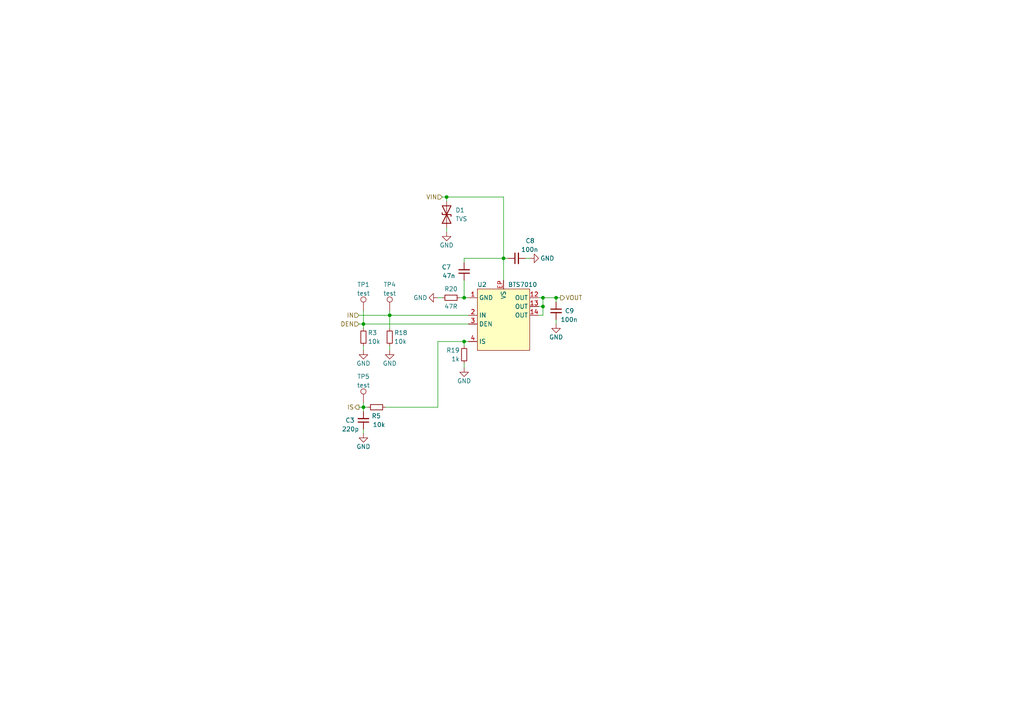
<source format=kicad_sch>
(kicad_sch (version 20211123) (generator eeschema)
  (paper "A4")
  (title_block (title "AIO438-Mainboard-TPCB") (date "2022-04-27") (rev "0.1") (company "ZOUDIO"))
  (lib_symbols
    (symbol "Connector:TestPoint" (pin_numbers hide) (pin_names (offset 0.762) hide)
      (property "Reference" "TP" (at 0 6.858 0))
      (property "Value" "TestPoint" (at 0 5.08 0))
      (symbol "TestPoint_0_1"
        (circle (center 0 3.302) (radius 0.762))
      )
      (symbol "TestPoint_1_1"
        (pin passive line (at 0 0 90) (length 2.54) (name "1") (number "1"))
      )
    )
    (symbol "Device:C_Small" (pin_numbers hide) (pin_names (offset 0.254) hide)
      (property "Reference" "C" (at 0.254 1.778 0))
      (property "Value" "C_Small" (at 0.254 -2.032 0))
      (symbol "C_Small_0_1"
        (polyline (pts (xy -1.524 -0.508) (xy 1.524 -0.508)) (stroke (width 0.3302)))
        (polyline (pts (xy -1.524 0.508) (xy 1.524 0.508)) (stroke (width 0.3048)))
      )
      (symbol "C_Small_1_1"
        (pin passive line (at 0 2.54 270) (length 2.032) (name "~") (number "1"))
        (pin passive line (at 0 -2.54 90) (length 2.032) (name "~") (number "2"))
      )
    )
    (symbol "Device:D_TVS" (pin_numbers hide) (pin_names (offset 1.016) hide)
      (property "Reference" "D" (at 0 2.54 0))
      (property "Value" "D_TVS" (at 0 -2.54 0))
      (symbol "D_TVS_0_1"
        (polyline (pts (xy 1.27 0) (xy -1.27 0)))
        (polyline (pts (xy 0.508 1.27) (xy 0 1.27) (xy 0 -1.27) (xy -0.508 -1.27)) (stroke (width 0.254)))
        (polyline (pts (xy -2.54 1.27) (xy -2.54 -1.27) (xy 2.54 1.27) (xy 2.54 -1.27) (xy -2.54 1.27)) (stroke (width 0.254)))
      )
      (symbol "D_TVS_1_1"
        (pin passive line (at -3.81 0 0) (length 2.54) (name "A1") (number "1"))
        (pin passive line (at 3.81 0 180) (length 2.54) (name "A2") (number "2"))
      )
    )
    (symbol "Device:R_Small" (pin_numbers hide) (pin_names (offset 0.254) hide)
      (property "Reference" "R" (at 0.762 0.508 0))
      (property "Value" "R_Small" (at 0.762 -1.016 0))
      (symbol "R_Small_0_1"
        (rectangle (start -0.762 1.778) (end 0.762 -1.778) (stroke (width 0.2032)))
      )
      (symbol "R_Small_1_1"
        (pin passive line (at 0 2.54 270) (length 0.762) (name "~") (number "1"))
        (pin passive line (at 0 -2.54 90) (length 0.762) (name "~") (number "2"))
      )
    )
    (symbol "power:GND" (power) (pin_names (offset 0))
      (property "Value" "GND" (at 0 -3.81 0))
      (symbol "GND_0_1"
        (polyline (pts (xy 0 0) (xy 0 -1.27) (xy 1.27 -1.27) (xy 0 -2.54) (xy -1.27 -1.27) (xy 0 -1.27)))
      )
      (symbol "GND_1_1"
        (pin power_in line (at 0 0 270) (length 0) hide (name "GND") (number "1"))
      )
    )
    (symbol "zoudio_symbols:BTS7010"
      (property "Reference" "U" (at -6.35 10.16 0))
      (property "Value" "BTS7010" (at 6.35 10.16 0))
      (symbol "BTS7010_0_0"
        (pin input line (at -10.16 6.35 0) (length 2.54) (name "GND") (number "1"))
        (pin power_out line (at 10.16 6.35 180) (length 2.54) (name "OUT") (number "12"))
        (pin power_out line (at 10.16 3.81 180) (length 2.54) (name "OUT") (number "13"))
        (pin power_out line (at 10.16 1.27 180) (length 2.54) (name "OUT") (number "14"))
        (pin input line (at -10.16 1.27 0) (length 2.54) (name "IN") (number "2"))
        (pin input line (at -10.16 -1.27 0) (length 2.54) (name "DEN") (number "3"))
        (pin output line (at -10.16 -6.35 0) (length 2.54) (name "IS") (number "4"))
        (pin power_in line (at 0 11.43 270) (length 2.54) (name "VS") (number "EP"))
      )
      (symbol "BTS7010_0_1"
        (rectangle (start -7.62 8.89) (end 7.62 -8.89) (fill (type background)))
      )
    )
  )
  (junction (at 161.29 86.36))
  (junction (at 129.54 57.15))
  (junction (at 134.62 99.06))
  (junction (at 105.41 93.98))
  (junction (at 157.48 86.36))
  (junction (at 113.03 91.44))
  (junction (at 157.48 88.9))
  (junction (at 134.62 86.36))
  (junction (at 105.41 118.11))
  (junction (at 146.05 74.93))
  (wire (pts (xy 134.62 81.28) (xy 134.62 86.36)))
  (wire (pts (xy 134.62 99.06) (xy 135.89 99.06)))
  (wire (pts (xy 134.62 105.41) (xy 134.62 106.68)))
  (wire (pts (xy 157.48 86.36) (xy 156.21 86.36)))
  (wire (pts (xy 129.54 57.15) (xy 146.05 57.15)))
  (wire (pts (xy 134.62 99.06) (xy 134.62 100.33)))
  (wire (pts (xy 105.41 90.17) (xy 105.41 93.98)))
  (wire (pts (xy 105.41 93.98) (xy 135.89 93.98)))
  (wire (pts (xy 105.41 124.46) (xy 105.41 125.73)))
  (wire (pts (xy 127 99.06) (xy 127 118.11)))
  (wire (pts (xy 161.29 86.36) (xy 161.29 87.63)))
  (wire (pts (xy 129.54 57.15) (xy 129.54 58.42)))
  (wire (pts (xy 161.29 92.71) (xy 161.29 93.98)))
  (wire (pts (xy 113.03 91.44) (xy 135.89 91.44)))
  (wire (pts (xy 161.29 86.36) (xy 162.56 86.36)))
  (wire (pts (xy 157.48 86.36) (xy 161.29 86.36)))
  (wire (pts (xy 156.21 88.9) (xy 157.48 88.9)))
  (wire (pts (xy 113.03 91.44) (xy 113.03 95.25)))
  (wire (pts (xy 134.62 74.93) (xy 134.62 76.2)))
  (wire (pts (xy 105.41 93.98) (xy 105.41 95.25)))
  (wire (pts (xy 113.03 100.33) (xy 113.03 101.6)))
  (wire (pts (xy 157.48 91.44) (xy 157.48 88.9)))
  (wire (pts (xy 127 99.06) (xy 134.62 99.06)))
  (wire (pts (xy 134.62 74.93) (xy 146.05 74.93)))
  (wire (pts (xy 127 86.36) (xy 128.27 86.36)))
  (wire (pts (xy 146.05 74.93) (xy 146.05 81.28)))
  (wire (pts (xy 105.41 116.84) (xy 105.41 118.11)))
  (wire (pts (xy 156.21 91.44) (xy 157.48 91.44)))
  (wire (pts (xy 146.05 74.93) (xy 147.32 74.93)))
  (wire (pts (xy 113.03 90.17) (xy 113.03 91.44)))
  (wire (pts (xy 157.48 88.9) (xy 157.48 86.36)))
  (wire (pts (xy 146.05 57.15) (xy 146.05 74.93)))
  (wire (pts (xy 133.35 86.36) (xy 134.62 86.36)))
  (wire (pts (xy 134.62 86.36) (xy 135.89 86.36)))
  (wire (pts (xy 104.14 93.98) (xy 105.41 93.98)))
  (wire (pts (xy 105.41 100.33) (xy 105.41 101.6)))
  (wire (pts (xy 111.76 118.11) (xy 127 118.11)))
  (wire (pts (xy 129.54 66.04) (xy 129.54 67.31)))
  (wire (pts (xy 152.4 74.93) (xy 153.67 74.93)))
  (wire (pts (xy 129.54 57.15) (xy 128.27 57.15)))
  (wire (pts (xy 105.41 119.38) (xy 105.41 118.11)))
  (wire (pts (xy 104.14 118.11) (xy 105.41 118.11)))
  (wire (pts (xy 104.14 91.44) (xy 113.03 91.44)))
  (wire (pts (xy 105.41 118.11) (xy 106.68 118.11)))
  (hierarchical_label "DEN" (shape input) (at 104.14 93.98 180))
  (hierarchical_label "IS" (shape output) (at 104.14 118.11 180))
  (hierarchical_label "IN" (shape input) (at 104.14 91.44 180))
  (hierarchical_label "VOUT" (shape output) (at 162.56 86.36 0))
  (hierarchical_label "VIN" (shape input) (at 128.27 57.15 180))
  (symbol (lib_id "Device:R_Small") (at 113.03 97.79 0) (mirror y) (unit 1)
    (property "Reference" "R18" (at 114.3 96.52 0) (effects (justify right)))
    (property "Value" "10k" (at 114.3 99.06 0) (effects (justify right)))
    (property "Footprint" "Resistor_SMD:R_0603_1608Metric" (effects hide))
  )
  (symbol (lib_id "Device:C_Small") (at 105.41 121.92 180) (unit 1)
    (property "Reference" "C3" (at 102.87 121.92 0) (effects (justify left)))
    (property "Value" "220p" (at 104.14 124.46 0) (effects (justify left)))
    (property "Footprint" "Capacitor_SMD:C_0603_1608Metric" (effects hide))
  )
  (symbol (lib_id "power:GND") (at 127 86.36 270) (unit 1)
    (property "Reference" "#PWR0138" (effects hide))
    (property "Value" "GND" (at 121.92 86.36 90))
  )
  (symbol (lib_id "power:GND") (at 134.62 106.68 0) (unit 1)
    (property "Reference" "#PWR0136" (effects hide))
    (property "Value" "GND" (at 134.62 110.49 0))
  )
  (symbol (lib_id "Connector:TestPoint") (at 105.41 116.84 0) (unit 1)
    (property "Reference" "TP5" (at 105.41 109.22 0))
    (property "Value" "test" (at 105.41 111.76 0))
    (property "Footprint" "TestPoint:TestPoint_Pad_D1.0mm" (effects hide))
  )
  (symbol (lib_id "Device:R_Small") (at 134.62 102.87 0) (unit 1)
    (property "Reference" "R19" (at 133.35 101.6 0) (effects (justify right)))
    (property "Value" "1k" (at 133.35 104.14 0) (effects (justify right)))
    (property "Footprint" "Resistor_SMD:R_0603_1608Metric" (effects hide))
  )
  (symbol (lib_id "Device:R_Small") (at 130.81 86.36 270) (mirror x) (unit 1)
    (property "Reference" "R20" (at 130.81 83.82 90))
    (property "Value" "47R" (at 130.81 88.9 90))
    (property "Footprint" "Resistor_SMD:R_0603_1608Metric" (effects hide))
  )
  (symbol (lib_id "Device:C_Small") (at 134.62 78.74 180) (unit 1)
    (property "Reference" "C7" (at 130.81 77.47 0) (effects (justify left)))
    (property "Value" "47n" (at 132.08 80.01 0) (effects (justify left)))
    (property "Footprint" "Capacitor_SMD:C_0603_1608Metric" (effects hide))
  )
  (symbol (lib_id "power:GND") (at 105.41 101.6 0) (unit 1)
    (property "Reference" "#PWR0119" (effects hide))
    (property "Value" "GND" (at 105.41 105.41 0))
  )
  (symbol (lib_id "Device:C_Small") (at 149.86 74.93 90) (mirror x) (unit 1)
    (property "Reference" "C8" (at 152.4 69.85 90) (effects (justify right)))
    (property "Value" "100n" (at 151.13 72.39 90) (effects (justify right)))
    (property "Footprint" "Capacitor_SMD:C_0603_1608Metric" (effects hide))
  )
  (symbol (lib_id "power:GND") (at 129.54 67.31 0) (unit 1)
    (property "Reference" "#PWR0139" (effects hide))
    (property "Value" "GND" (at 129.54 71.12 0))
  )
  (symbol (lib_id "Device:R_Small") (at 105.41 97.79 0) (mirror y) (unit 1)
    (property "Reference" "R3" (at 106.68 96.52 0) (effects (justify right)))
    (property "Value" "10k" (at 106.68 99.06 0) (effects (justify right)))
    (property "Footprint" "Resistor_SMD:R_0603_1608Metric" (effects hide))
  )
  (symbol (lib_id "Connector:TestPoint") (at 105.41 90.17 0) (unit 1)
    (property "Reference" "TP1" (at 105.41 82.55 0))
    (property "Value" "test" (at 105.41 85.09 0))
    (property "Footprint" "TestPoint:TestPoint_Pad_D1.0mm" (effects hide))
  )
  (symbol (lib_id "power:GND") (at 161.29 93.98 0) (unit 1)
    (property "Reference" "#PWR0141" (effects hide))
    (property "Value" "GND" (at 161.29 97.79 0))
  )
  (symbol (lib_id "Device:C_Small") (at 161.29 90.17 0) (unit 1)
    (property "Reference" "C9" (at 163.83 90.17 0) (effects (justify left)))
    (property "Value" "100n" (at 162.56 92.71 0) (effects (justify left)))
    (property "Footprint" "Capacitor_SMD:C_0603_1608Metric" (effects hide))
  )
  (symbol (lib_id "zoudio_symbols:BTS7010") (at 146.05 92.71 0) (unit 1)
    (property "Reference" "U2" (at 138.43 82.55 0) (effects (justify left)))
    (property "Value" "BTS7010" (at 147.32 82.55 0) (effects (justify left)))
    (property "Footprint" "zoudio_footprints:TSDSO-14" (effects hide))
  )
  (symbol (lib_id "Connector:TestPoint") (at 113.03 90.17 0) (unit 1)
    (property "Reference" "TP4" (at 113.03 82.55 0))
    (property "Value" "test" (at 113.03 85.09 0))
    (property "Footprint" "TestPoint:TestPoint_Pad_D1.0mm" (effects hide))
  )
  (symbol (lib_id "Device:D_TVS") (at 129.54 62.23 90) (unit 1)
    (property "Reference" "D1" (at 132.08 60.9599 90) (effects (justify right)))
    (property "Value" "TVS" (at 132.08 63.4999 90) (effects (justify right)))
    (property "Footprint" "Diode_SMD:D_SMA" (effects hide))
  )
  (symbol (lib_id "power:GND") (at 113.03 101.6 0) (unit 1)
    (property "Reference" "#PWR0134" (effects hide))
    (property "Value" "GND" (at 113.03 105.41 0))
  )
  (symbol (lib_id "power:GND") (at 153.67 74.93 90) (unit 1)
    (property "Reference" "#PWR0142" (effects hide))
    (property "Value" "GND" (at 158.75 74.93 90))
  )
  (symbol (lib_id "power:GND") (at 105.41 125.73 0) (unit 1)
    (property "Reference" "#PWR0135" (effects hide))
    (property "Value" "GND" (at 105.41 129.54 0))
  )
  (symbol (lib_id "Device:R_Small") (at 109.22 118.11 270) (mirror x) (unit 1)
    (property "Reference" "R5" (at 110.49 120.65 90) (effects (justify right)))
    (property "Value" "10k" (at 111.76 123.19 90) (effects (justify right)))
    (property "Footprint" "Resistor_SMD:R_0603_1608Metric" (effects hide))
  )
)
</source>
